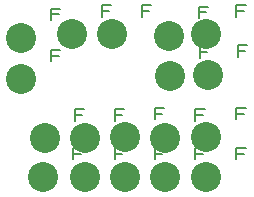
<source format=gbr>
%FSLAX35Y35*%
%MOIN*%
G04 EasyPC Gerber Version 18.0.8 Build 3632 *
%ADD11C,0.00500*%
%ADD99C,0.10000*%
X0Y0D02*
D02*
D11*
X18124Y46739D02*
Y50489D01*
X21249*
X20624Y48614D02*
X18124D01*
Y60518D02*
Y64268D01*
X21249*
X20624Y62393D02*
X18124D01*
X25604Y14061D02*
Y17811D01*
X28730*
X28104Y15937D02*
X25604D01*
X25998Y27054D02*
Y30804D01*
X29123*
X28498Y28929D02*
X25998D01*
X35053Y61699D02*
Y65449D01*
X38178*
X37553Y63574D02*
X35053D01*
X39384Y14061D02*
Y17811D01*
X42509*
X41884Y15937D02*
X39384D01*
Y27054D02*
Y30804D01*
X42509*
X41884Y28929D02*
X39384D01*
X48439Y61699D02*
Y65449D01*
X51564*
X50939Y63574D02*
X48439D01*
X52770Y14061D02*
Y17811D01*
X55895*
X55270Y15937D02*
X52770D01*
Y27447D02*
Y31197D01*
X55895*
X55270Y29322D02*
X52770D01*
X66156Y14061D02*
Y17811D01*
X69281*
X68656Y15937D02*
X66156D01*
Y27054D02*
Y30804D01*
X69281*
X68656Y28929D02*
X66156D01*
X67337Y61306D02*
Y65056D01*
X70462*
X69837Y63181D02*
X67337D01*
X67730Y47920D02*
Y51670D01*
X70856*
X70230Y49795D02*
X67730D01*
X79935Y14061D02*
Y17811D01*
X83060*
X82435Y15937D02*
X79935D01*
Y27447D02*
Y31197D01*
X83060*
X82435Y29322D02*
X79935D01*
Y61699D02*
Y65449D01*
X83060*
X82435Y63574D02*
X79935D01*
X80329Y48313D02*
Y52063D01*
X83454*
X82829Y50189D02*
X80329D01*
D02*
D99*
X8124Y40801D03*
Y54581D03*
X15604Y8124D03*
X15998Y21116D03*
X25053Y55762D03*
X29384Y8124D03*
Y21116D03*
X38439Y55762D03*
X42770Y8124D03*
Y21510D03*
X56156Y8124D03*
Y21116D03*
X57337Y55368D03*
X57730Y41982D03*
X69935Y8124D03*
Y21510D03*
Y55762D03*
X70329Y42376D03*
X0Y0D02*
M02*

</source>
